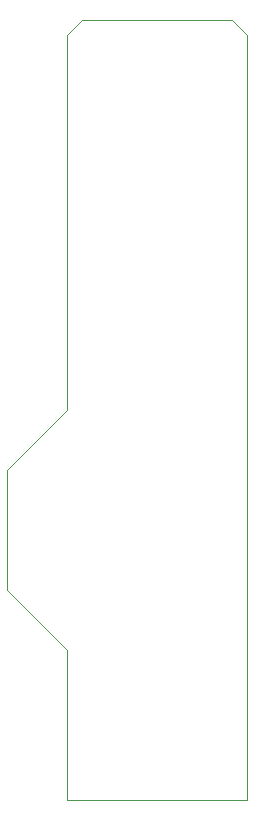
<source format=gm1>
G04 #@! TF.FileFunction,Profile,NP*
%FSLAX46Y46*%
G04 Gerber Fmt 4.6, Leading zero omitted, Abs format (unit mm)*
G04 Created by KiCad (PCBNEW 4.0.7-e2-6376~61~ubuntu18.04.1) date Sat Nov 23 09:42:22 2019*
%MOMM*%
%LPD*%
G01*
G04 APERTURE LIST*
%ADD10C,0.100000*%
G04 APERTURE END LIST*
D10*
X5080000Y0D02*
X20320000Y0D01*
X5080000Y12700000D02*
X5080000Y0D01*
X20320000Y12700000D02*
X20320000Y0D01*
X5080000Y64770000D02*
X5080000Y60960000D01*
X20320000Y64770000D02*
X20320000Y60960000D01*
X19050000Y66040000D02*
X20320000Y64770000D01*
X6350000Y66040000D02*
X5080000Y64770000D01*
X19050000Y66040000D02*
X6350000Y66040000D01*
X5080000Y60960000D02*
X5080000Y33020000D01*
X20320000Y60960000D02*
X20320000Y33020000D01*
X0Y27940000D02*
X5080000Y33020000D01*
X0Y17780000D02*
X5080000Y12700000D01*
X0Y27940000D02*
X0Y17780000D01*
X20320000Y33020000D02*
X20320000Y12700000D01*
M02*

</source>
